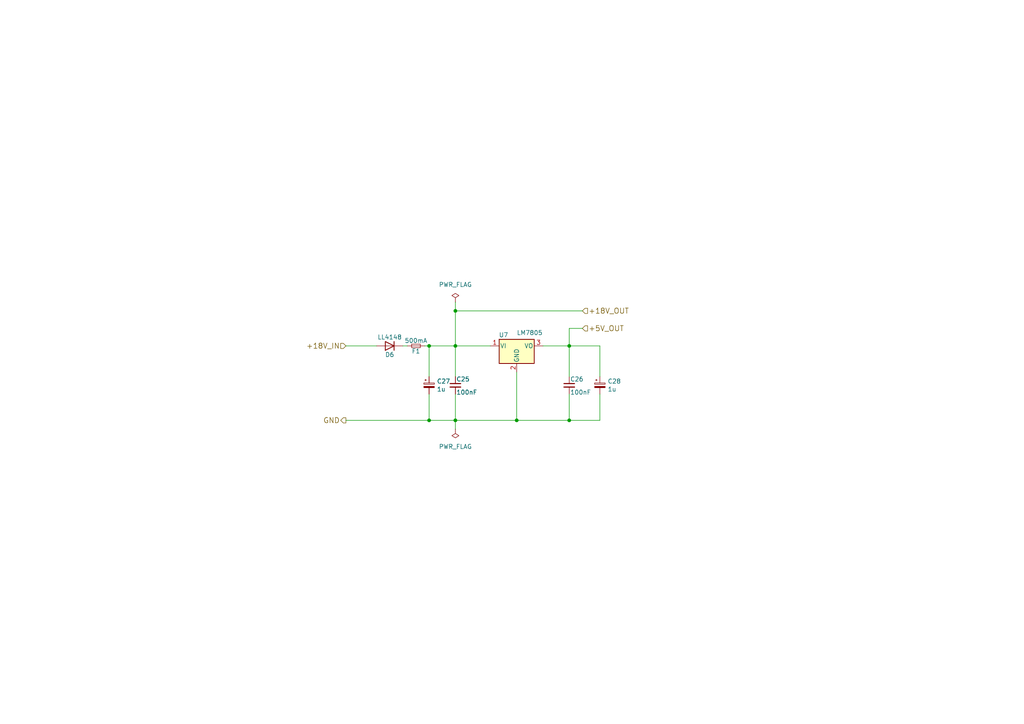
<source format=kicad_sch>
(kicad_sch (version 20211123) (generator eeschema)
  (paper "A4")
  (lib_symbols
    (symbol "Device:C_Polarized_Small" (pin_numbers hide) (pin_names (offset 0.254) hide)
      (property "Reference" "C" (at 0.254 1.778 0))
      (property "Value" "C_Polarized_Small" (at 0.254 -2.032 0))
      (symbol "C_Polarized_Small_0_1"
        (rectangle (start -1.524 -0.3048) (end 1.524 -0.6858) (fill (type outline)))
        (rectangle (start -1.524 0.6858) (end 1.524 0.3048))
        (polyline (pts (xy -1.27 1.524) (xy -0.762 1.524)))
        (polyline (pts (xy -1.016 1.27) (xy -1.016 1.778)))
      )
      (symbol "C_Polarized_Small_1_1"
        (pin passive line (at 0 2.54 270) (length 1.8542) (name "~") (number "1"))
        (pin passive line (at 0 -2.54 90) (length 1.8542) (name "~") (number "2"))
      )
    )
    (symbol "Device:C_Small" (pin_numbers hide) (pin_names (offset 0.254) hide)
      (property "Reference" "C" (at 0.254 1.778 0))
      (property "Value" "C_Small" (at 0.254 -2.032 0))
      (symbol "C_Small_0_1"
        (polyline (pts (xy -1.524 -0.508) (xy 1.524 -0.508)) (stroke (width 0.3302)))
        (polyline (pts (xy -1.524 0.508) (xy 1.524 0.508)) (stroke (width 0.3048)))
      )
      (symbol "C_Small_1_1"
        (pin passive line (at 0 2.54 270) (length 2.032) (name "~") (number "1"))
        (pin passive line (at 0 -2.54 90) (length 2.032) (name "~") (number "2"))
      )
    )
    (symbol "Device:Fuse_Small" (pin_numbers hide) (pin_names (offset 0.254) hide)
      (property "Reference" "F" (at 0 -1.524 0))
      (property "Value" "Fuse_Small" (at 0 1.524 0))
      (symbol "Fuse_Small_0_1"
        (rectangle (start -1.27 0.508) (end 1.27 -0.508))
        (polyline (pts (xy -1.27 0) (xy 1.27 0)))
      )
      (symbol "Fuse_Small_1_1"
        (pin passive line (at -2.54 0 0) (length 1.27) (name "~") (number "1"))
        (pin passive line (at 2.54 0 180) (length 1.27) (name "~") (number "2"))
      )
    )
    (symbol "Diode:LL4148" (pin_numbers hide) (pin_names (offset 1.016) hide)
      (property "Reference" "D" (at 0 2.54 0))
      (property "Value" "LL4148" (at 0 -2.54 0))
      (symbol "LL4148_0_1"
        (polyline (pts (xy -1.27 1.27) (xy -1.27 -1.27)) (stroke (width 0.254)))
        (polyline (pts (xy 1.27 0) (xy -1.27 0)))
        (polyline (pts (xy 1.27 1.27) (xy 1.27 -1.27) (xy -1.27 0) (xy 1.27 1.27)) (stroke (width 0.254)))
      )
      (symbol "LL4148_1_1"
        (pin passive line (at -3.81 0 0) (length 2.54) (name "K") (number "1"))
        (pin passive line (at 3.81 0 180) (length 2.54) (name "A") (number "2"))
      )
    )
    (symbol "Regulator_Linear:LM7805_TO220" (pin_names (offset 0.254))
      (property "Reference" "U" (at -3.81 3.175 0))
      (property "Value" "LM7805_TO220" (at 0 3.175 0))
      (symbol "LM7805_TO220_0_1"
        (rectangle (start -5.08 1.905) (end 5.08 -5.08) (stroke (width 0.254)) (fill (type background)))
      )
      (symbol "LM7805_TO220_1_1"
        (pin power_in line (at -7.62 0 0) (length 2.54) (name "VI") (number "1"))
        (pin power_in line (at 0 -7.62 90) (length 2.54) (name "GND") (number "2"))
        (pin power_out line (at 7.62 0 180) (length 2.54) (name "VO") (number "3"))
      )
    )
    (symbol "power:PWR_FLAG" (power) (pin_numbers hide) (pin_names (offset 0) hide)
      (property "Value" "PWR_FLAG" (at 0 3.81 0))
      (symbol "PWR_FLAG_0_0"
        (pin power_out line (at 0 0 90) (length 0) (name "pwr") (number "1"))
      )
      (symbol "PWR_FLAG_0_1"
        (polyline (pts (xy 0 0) (xy 0 1.27) (xy -1.016 1.905) (xy 0 2.54) (xy 1.016 1.905) (xy 0 1.27)))
      )
    )
  )
  (junction (at 149.86 121.92))
  (junction (at 165.1 100.33))
  (junction (at 132.08 100.33))
  (junction (at 165.1 121.92))
  (junction (at 124.46 100.33))
  (junction (at 132.08 121.92))
  (junction (at 124.46 121.92))
  (junction (at 132.08 90.17))
  (wire (pts (xy 132.08 100.33) (xy 132.08 109.22)))
  (wire (pts (xy 132.08 90.17) (xy 168.91 90.17)))
  (wire (pts (xy 165.1 121.92) (xy 165.1 114.3)))
  (wire (pts (xy 100.33 121.92) (xy 124.46 121.92)))
  (wire (pts (xy 116.84 100.33) (xy 118.11 100.33)))
  (wire (pts (xy 165.1 121.92) (xy 173.99 121.92)))
  (wire (pts (xy 132.08 100.33) (xy 142.24 100.33)))
  (wire (pts (xy 149.86 121.92) (xy 165.1 121.92)))
  (wire (pts (xy 109.22 100.33) (xy 100.33 100.33)))
  (wire (pts (xy 132.08 114.3) (xy 132.08 121.92)))
  (wire (pts (xy 165.1 100.33) (xy 173.99 100.33)))
  (wire (pts (xy 165.1 95.25) (xy 165.1 100.33)))
  (wire (pts (xy 168.91 95.25) (xy 165.1 95.25)))
  (wire (pts (xy 173.99 121.92) (xy 173.99 114.3)))
  (wire (pts (xy 173.99 100.33) (xy 173.99 109.22)))
  (wire (pts (xy 149.86 121.92) (xy 149.86 107.95)))
  (wire (pts (xy 165.1 100.33) (xy 165.1 109.22)))
  (wire (pts (xy 124.46 121.92) (xy 124.46 114.3)))
  (wire (pts (xy 123.19 100.33) (xy 124.46 100.33)))
  (wire (pts (xy 124.46 121.92) (xy 132.08 121.92)))
  (wire (pts (xy 132.08 121.92) (xy 149.86 121.92)))
  (wire (pts (xy 124.46 100.33) (xy 124.46 109.22)))
  (wire (pts (xy 132.08 90.17) (xy 132.08 100.33)))
  (wire (pts (xy 132.08 87.63) (xy 132.08 90.17)))
  (wire (pts (xy 132.08 121.92) (xy 132.08 124.46)))
  (wire (pts (xy 124.46 100.33) (xy 132.08 100.33)))
  (wire (pts (xy 157.48 100.33) (xy 165.1 100.33)))
  (hierarchical_label "+5V_OUT" (shape input) (at 168.91 95.25 0) (effects (font (size 1.524 1.524))))
  (hierarchical_label "+18V_OUT" (shape input) (at 168.91 90.17 0) (effects (font (size 1.524 1.524))))
  (hierarchical_label "+18V_IN" (shape input) (at 100.33 100.33 180) (effects (font (size 1.524 1.524))))
  (hierarchical_label "GND" (shape output) (at 100.33 121.92 180) (effects (font (size 1.524 1.524))))
  (symbol (lib_id "Regulator_Linear:LM7805_TO220") (at 149.86 100.33 0) (unit 1)
    (property "Reference" "U7" (at 146.05 97.155 0))
    (property "Value" "LM7805" (at 149.86 96.52 0) (effects (justify left)))
    (property "Footprint" "KicadZeniteSolarLibrary18:TO-220-3_Horizontal_TabDown_SMD" (effects hide))
    (property "Datasheet" "https://www.sparkfun.com/datasheets/Components/LM7805.pdf" (effects hide))
  )
  (symbol (lib_id "Device:C_Small") (at 132.08 111.76 0) (unit 1)
    (property "Reference" "C25" (at 132.334 109.982 0) (effects (justify left)))
    (property "Value" "100nF" (at 132.334 113.792 0) (effects (justify left)))
    (property "Footprint" "Capacitor_SMD:C_0805_2012Metric_Pad1.18x1.45mm_HandSolder" (effects hide))
  )
  (symbol (lib_id "Diode:LL4148") (at 113.03 100.33 180) (unit 1)
    (property "Reference" "D6" (at 113.03 102.87 0))
    (property "Value" "LL4148" (at 113.03 97.79 0))
    (property "Footprint" "Diode_SMD:D_MiniMELF_Handsoldering" (effects hide))
    (property "Datasheet" "https://www.vishay.com/docs/85557/ll4148.pdf" (effects hide))
  )
  (symbol (lib_id "Device:C_Small") (at 165.1 111.76 0) (unit 1)
    (property "Reference" "C26" (at 165.354 109.982 0) (effects (justify left)))
    (property "Value" "100nF" (at 165.354 113.792 0) (effects (justify left)))
    (property "Footprint" "Capacitor_SMD:C_0805_2012Metric_Pad1.18x1.45mm_HandSolder" (effects hide))
  )
  (symbol (lib_id "Device:Fuse_Small") (at 120.65 100.33 0) (unit 1)
    (property "Reference" "F1" (at 120.65 101.854 0))
    (property "Value" "500mA" (at 120.65 98.806 0))
    (property "Footprint" "Fuse:Fuse_1206_3216Metric_Pad1.42x1.75mm_HandSolder" (effects hide))
    (property "Datasheet" "https://www.mouser.com/datasheet/2/643/0ZCJ_Nov2016-1132002.pdf" (effects hide))
  )
  (symbol (lib_id "power:PWR_FLAG") (at 132.08 87.63 0) (unit 1)
    (property "Reference" "#FLG01" (effects hide))
    (property "Value" "PWR_FLAG" (at 132.08 82.55 0))
  )
  (symbol (lib_id "power:PWR_FLAG") (at 132.08 124.46 180) (unit 1)
    (property "Reference" "#FLG02" (effects hide))
    (property "Value" "PWR_FLAG" (at 132.08 129.54 0))
  )
  (symbol (lib_id "Device:C_Polarized_Small") (at 124.46 111.76 0) (unit 1)
    (property "Reference" "C27" (at 126.6952 110.5916 0) (effects (justify left)))
    (property "Value" "1u" (at 126.6952 112.903 0) (effects (justify left)))
    (property "Footprint" "Capacitor_Tantalum_SMD:CP_EIA-6032-20_AVX-F_Pad2.25x2.35mm_HandSolder" (effects hide))
  )
  (symbol (lib_id "Device:C_Polarized_Small") (at 173.99 111.76 0) (unit 1)
    (property "Reference" "C28" (at 176.2252 110.5916 0) (effects (justify left)))
    (property "Value" "1u" (at 176.2252 112.903 0) (effects (justify left)))
    (property "Footprint" "Capacitor_Tantalum_SMD:CP_EIA-6032-20_AVX-F_Pad2.25x2.35mm_HandSolder" (effects hide))
  )
)
</source>
